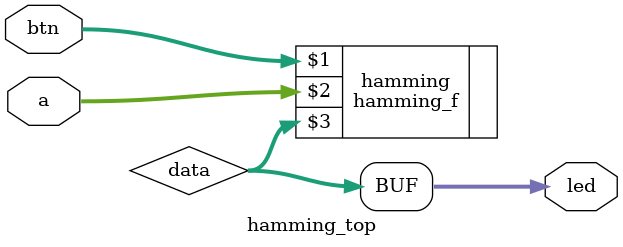
<source format=v>
`timescale 1ns / 1ps

module hamming_top(input [3:0] btn, input [3:0] a, output [3:0] led
);
    wire [3:0] data; //will hold the final, decoded/corrected message

    hamming_f hamming (btn, a, data);
    
    //LEDs SHOULD reflect the original message as indicated by swithes
    assign led[0] = data[0];
    assign led[1] = data[1];        
    assign led[2] = data[2];
    assign led[3] = data[3];
endmodule
</source>
